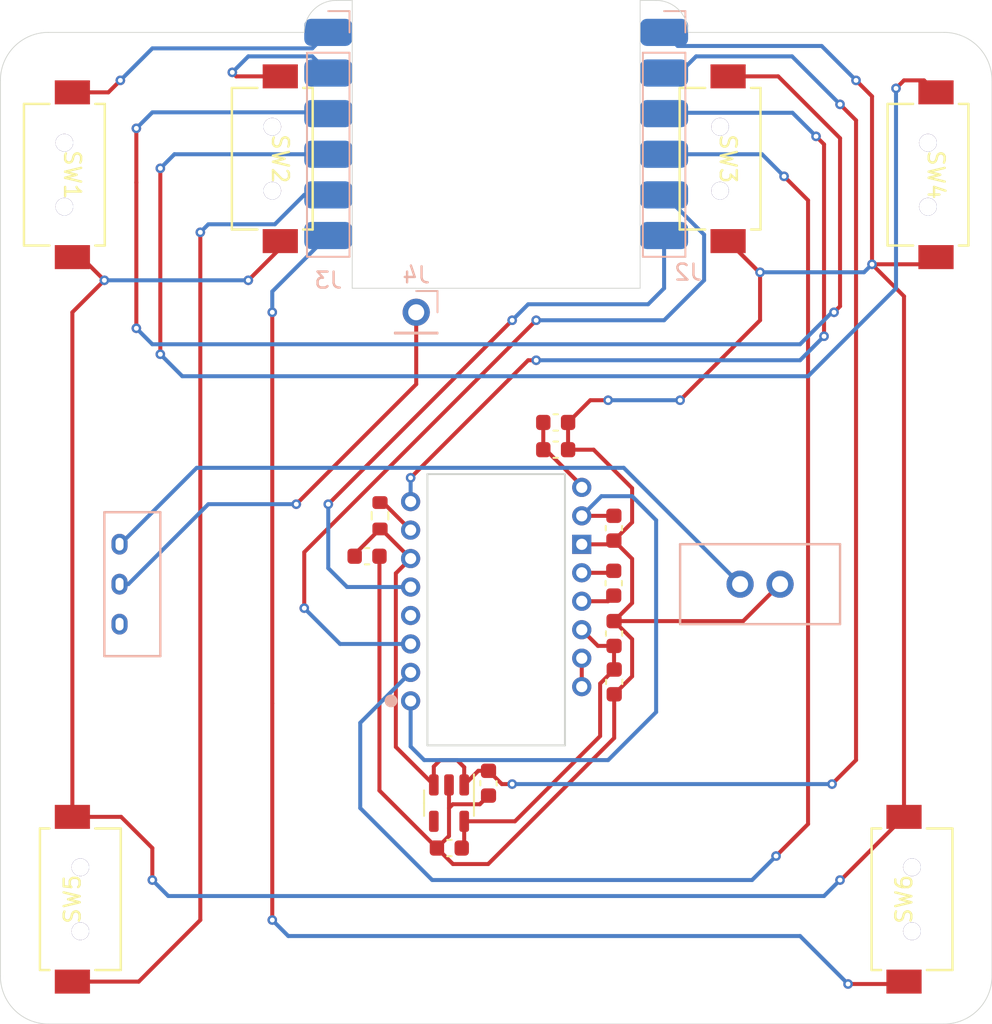
<source format=kicad_pcb>
(kicad_pcb (version 20221018) (generator pcbnew)
  (layers (0 "F.Cu" signal) (31 "B.Cu" signal) (34 "B.Paste" user) (35 "F.Paste" user) (36 "B.SilkS" user "B.Silkscreen") (37 "F.SilkS" user "F.Silkscreen") (38 "B.Mask" user) (39 "F.Mask" user) (44 "Edge.Cuts" user))
  (net 0 "")
  (net 1 "GND")
  (net 2 "Net-(U2-+VCSEL)")
  (net 3 "+1V9")
  (net 4 "VCC")
  (net 5 "Net-(U2-CN)")
  (net 6 "Net-(U2-CP)")
  (net 7 "Net-(U2-VCP)")
  (net 8 "MOTION_2")
  (net 9 "NCS_2")
  (net 10 "SCLK_2")
  (net 11 "SDIO_2")
  (net 12 "Net-(U2-NRESET)")
  (net 15 "Net-(U2--VCSEL)")
  (net 16 "VBAT")
  (net 17 "BAT_p")
  (net 19 "pin1")
  (net 20 "pin2")
  (net 21 "pin3")
  (net 22 "pin4")
  (net 23 "pin5")
  (net 24 "pin6")
  (footprint "Package_TO_SOT_SMD:SOT-23-5" (layer "F.Cu") (at 28.05 48.19 -90)
    (fp_text reference "U1" hide)
    (fp_text value "TCR2EF19")
    (fp_line (start 0 -1.56) (end -1.8 -1.56) (stroke (width 0.12)) (layer "F.SilkS"))
    (fp_line (start 0 -1.56) (end 0.8 -1.56) (stroke (width 0.12)) (layer "F.SilkS"))
    (fp_line (start 0 1.56) (end -0.8 1.56) (stroke (width 0.12)) (layer "F.SilkS"))
    (fp_line (start 0 1.56) (end 0.8 1.56) (stroke (width 0.12)) (layer "F.SilkS"))
    (pad "1" smd roundrect (at -1.1375 -0.95 270) (size 1.325 0.6) (layers "F.Cu" "F.Paste" "F.Mask") (net 4 "VCC"))
    (pad "2" smd roundrect (at -1.1375 0 270) (size 1.325 0.6) (layers "F.Cu" "F.Paste" "F.Mask") (net 1 "GND"))
    (pad "3" smd roundrect (at -1.1375 0.95 270) (size 1.325 0.6) (layers "F.Cu" "F.Paste" "F.Mask") (net 4 "VCC"))
    (pad "4" smd roundrect (at 1.1375 0.95 270) (size 1.325 0.6) (layers "F.Cu" "F.Paste" "F.Mask"))
    (pad "5" smd roundrect (at 1.1375 -0.95 270) (size 1.325 0.6) (layers "F.Cu" "F.Paste" "F.Mask") (net 3 "+1V9"))
  )
  (footprint "Capacitor_SMD:C_0603_1608Metric" (layer "F.Cu") (at 38.38 40.61 -90)
    (fp_text reference "C3" hide)
    (fp_text value "3.3u/16V")
    (fp_line (start -0.14058 -0.51) (end 0.14058 -0.51) (stroke (width 0.12)) (layer "F.SilkS"))
    (fp_line (start -0.14058 0.51) (end 0.14058 0.51) (stroke (width 0.12)) (layer "F.SilkS"))
    (pad "1" smd roundrect (at -0.775 0 270) (size 0.9 0.95) (layers "F.Cu" "F.Paste" "F.Mask") (net 3 "+1V9"))
    (pad "2" smd roundrect (at 0.775 0 270) (size 0.9 0.95) (layers "F.Cu" "F.Paste" "F.Mask") (net 1 "GND"))
  )
  (footprint "Capacitor_SMD:C_0603_1608Metric" (layer "F.Cu") (at 38.37 37.585 90)
    (fp_text reference "C2" hide)
    (fp_text value "100n")
    (fp_line (start -0.14058 -0.51) (end 0.14058 -0.51) (stroke (width 0.12)) (layer "F.SilkS"))
    (fp_line (start -0.14058 0.51) (end 0.14058 0.51) (stroke (width 0.12)) (layer "F.SilkS"))
    (pad "1" smd roundrect (at -0.775 0 90) (size 0.9 0.95) (layers "F.Cu" "F.Paste" "F.Mask") (net 3 "+1V9"))
    (pad "2" smd roundrect (at 0.775 0 90) (size 0.9 0.95) (layers "F.Cu" "F.Paste" "F.Mask") (net 1 "GND"))
  )
  (footprint "Capacitor_SMD:C_0603_1608Metric" (layer "F.Cu") (at 22.926 32.7525)
    (fp_text reference "C7" hide)
    (fp_text value "100n")
    (fp_line (start -0.14058 -0.51) (end 0.14058 -0.51) (stroke (width 0.12)) (layer "F.SilkS"))
    (fp_line (start -0.14058 0.51) (end 0.14058 0.51) (stroke (width 0.12)) (layer "F.SilkS"))
    (pad "1" smd roundrect (at -0.775 0) (size 0.9 0.95) (layers "F.Cu" "F.Paste" "F.Mask") (net 4 "VCC"))
    (pad "2" smd roundrect (at 0.775 0) (size 0.9 0.95) (layers "F.Cu" "F.Paste" "F.Mask") (net 1 "GND"))
  )
  (footprint "D2LS_21_20M:SW_D2LS-11_2_OMR" (layer "F.Cu") (at 4 8.9 -90)
    (fp_text reference "SW1" (at 0 -0.5 -90 unlocked) (layer "F.SilkS"))
    (fp_text value "D2LS-21")
    (fp_line (start -4.427 -2.527) (end 4.427003 -2.527) (stroke (width 0.1524)) (layer "F.SilkS"))
    (fp_line (start -4.427 -1.93274) (end -4.427 -2.527) (stroke (width 0.1524)) (layer "F.SilkS"))
    (fp_line (start -4.427 2.526999) (end -4.427 0.93274) (stroke (width 0.1524)) (layer "F.SilkS"))
    (fp_line (start 4.427003 -2.527) (end 4.427003 -1.93274) (stroke (width 0.1524)) (layer "F.SilkS"))
    (fp_line (start 4.427003 0.93274) (end 4.427003 2.526999) (stroke (width 0.1524)) (layer "F.SilkS"))
    (fp_line (start 4.427003 2.526999) (end -4.427 2.526999) (stroke (width 0.1524)) (layer "F.SilkS"))
    (pad "1" smd rect (at -5.149999 -0.5 270) (size 1.5 2.2) (layers "F.Cu" "F.Paste" "F.Mask") (net 19 "pin1"))
    (pad "2" smd rect (at 5.150001 -0.5 270) (size 1.5 2.2) (layers "F.Cu" "F.Paste" "F.Mask") (net 1 "GND"))
    (pad "3" thru_hole circle (at -2 0 270) (size 1.1 1.1) (drill 1.0922) (layers "*.Cu" "*.Mask"))
    (pad "4" thru_hole circle (at 2 0 270) (size 1.1 1.1) (drill 1.0922) (layers "*.Cu" "*.Mask"))
  )
  (footprint "Capacitor_SMD:C_0603_1608Metric" (layer "F.Cu") (at 38.36 31 -90)
    (fp_text reference "C1" hide)
    (fp_text value "10n")
    (fp_line (start -0.14058 -0.51) (end 0.14058 -0.51) (stroke (width 0.12)) (layer "F.SilkS"))
    (fp_line (start -0.14058 0.51) (end 0.14058 0.51) (stroke (width 0.12)) (layer "F.SilkS"))
    (pad "1" smd roundrect (at -0.775 0 270) (size 0.9 0.95) (layers "F.Cu" "F.Paste" "F.Mask") (net 2 "Net-(U2-+VCSEL)"))
    (pad "2" smd roundrect (at 0.775 0 270) (size 0.9 0.95) (layers "F.Cu" "F.Paste" "F.Mask") (net 1 "GND"))
  )
  (footprint "Capacitor_SMD:C_0603_1608Metric" (layer "F.Cu") (at 34.72 26.0925)
    (fp_text reference "C8" hide)
    (fp_text value " 10u (X7R)")
    (fp_line (start -0.14058 -0.51) (end 0.14058 -0.51) (stroke (width 0.12)) (layer "F.SilkS"))
    (fp_line (start -0.14058 0.51) (end 0.14058 0.51) (stroke (width 0.12)) (layer "F.SilkS"))
    (pad "1" smd roundrect (at -0.775 0) (size 0.9 0.95) (layers "F.Cu" "F.Paste" "F.Mask") (net 7 "Net-(U2-VCP)"))
    (pad "2" smd roundrect (at 0.775 0) (size 0.9 0.95) (layers "F.Cu" "F.Paste" "F.Mask") (net 1 "GND"))
  )
  (footprint "D2LS_21_20M:SW_D2LS-11_2_OMR" (layer "F.Cu") (at 17 7.9 -90)
    (fp_text reference "SW2" (at 0 -0.5 -90 unlocked) (layer "F.SilkS"))
    (fp_text value "D2LS-21")
    (fp_line (start -4.427 -2.527) (end 4.427003 -2.527) (stroke (width 0.1524)) (layer "F.SilkS"))
    (fp_line (start -4.427 -1.93274) (end -4.427 -2.527) (stroke (width 0.1524)) (layer "F.SilkS"))
    (fp_line (start -4.427 2.526999) (end -4.427 0.93274) (stroke (width 0.1524)) (layer "F.SilkS"))
    (fp_line (start 4.427003 -2.527) (end 4.427003 -1.93274) (stroke (width 0.1524)) (layer "F.SilkS"))
    (fp_line (start 4.427003 0.93274) (end 4.427003 2.526999) (stroke (width 0.1524)) (layer "F.SilkS"))
    (fp_line (start 4.427003 2.526999) (end -4.427 2.526999) (stroke (width 0.1524)) (layer "F.SilkS"))
    (pad "1" smd rect (at -5.149999 -0.5 270) (size 1.5 2.2) (layers "F.Cu" "F.Paste" "F.Mask") (net 20 "pin2"))
    (pad "2" smd rect (at 5.150001 -0.5 270) (size 1.5 2.2) (layers "F.Cu" "F.Paste" "F.Mask") (net 1 "GND"))
    (pad "3" thru_hole circle (at -2 0 270) (size 1.1 1.1) (drill 1.0922) (layers "*.Cu" "*.Mask"))
    (pad "4" thru_hole circle (at 2 0 270) (size 1.1 1.1) (drill 1.0922) (layers "*.Cu" "*.Mask"))
  )
  (footprint "Capacitor_SMD:C_0603_1608Metric" (layer "F.Cu") (at 30.52 46.945 90)
    (fp_text reference "C4" hide)
    (fp_text value "0.1u" hide)
    (fp_line (start -0.14058 -0.51) (end 0.14058 -0.51) (stroke (width 0.12)) (layer "F.SilkS"))
    (fp_line (start -0.14058 0.51) (end 0.14058 0.51) (stroke (width 0.12)) (layer "F.SilkS"))
    (pad "1" smd roundrect (at -0.775 0 90) (size 0.9 0.95) (layers "F.Cu" "F.Paste" "F.Mask") (net 1 "GND"))
    (pad "2" smd roundrect (at 0.775 0 90) (size 0.9 0.95) (layers "F.Cu" "F.Paste" "F.Mask") (net 4 "VCC"))
  )
  (footprint "D2LS_21_20M:SW_D2LS-11_2_OMR" (layer "F.Cu") (at 58 8.9 -90)
    (fp_text reference "SW4" (at 0 -0.5 -90 unlocked) (layer "F.SilkS"))
    (fp_text value "D2LS-21")
    (fp_line (start -4.427 -2.527) (end 4.427003 -2.527) (stroke (width 0.1524)) (layer "F.SilkS"))
    (fp_line (start -4.427 -1.93274) (end -4.427 -2.527) (stroke (width 0.1524)) (layer "F.SilkS"))
    (fp_line (start -4.427 2.526999) (end -4.427 0.93274) (stroke (width 0.1524)) (layer "F.SilkS"))
    (fp_line (start 4.427003 -2.527) (end 4.427003 -1.93274) (stroke (width 0.1524)) (layer "F.SilkS"))
    (fp_line (start 4.427003 0.93274) (end 4.427003 2.526999) (stroke (width 0.1524)) (layer "F.SilkS"))
    (fp_line (start 4.427003 2.526999) (end -4.427 2.526999) (stroke (width 0.1524)) (layer "F.SilkS"))
    (pad "1" smd rect (at -5.149999 -0.5 270) (size 1.5 2.2) (layers "F.Cu" "F.Paste" "F.Mask") (net 22 "pin4"))
    (pad "2" smd rect (at 5.150001 -0.5 270) (size 1.5 2.2) (layers "F.Cu" "F.Paste" "F.Mask") (net 1 "GND"))
    (pad "3" thru_hole circle (at -2 0 270) (size 1.1 1.1) (drill 1.0922) (layers "*.Cu" "*.Mask"))
    (pad "4" thru_hole circle (at 2 0 270) (size 1.1 1.1) (drill 1.0922) (layers "*.Cu" "*.Mask"))
  )
  (footprint "D2LS_21_20M:SW_D2LS-11_2_OMR" (layer "F.Cu") (at 5 54.2 90)
    (fp_text reference "SW5" (at 0 -0.5 90 unlocked) (layer "F.SilkS"))
    (fp_text value "D2LS-21")
    (fp_line (start -4.427 -2.527) (end 4.427003 -2.527) (stroke (width 0.1524)) (layer "F.SilkS"))
    (fp_line (start -4.427 -1.93274) (end -4.427 -2.527) (stroke (width 0.1524)) (layer "F.SilkS"))
    (fp_line (start -4.427 2.526999) (end -4.427 0.93274) (stroke (width 0.1524)) (layer "F.SilkS"))
    (fp_line (start 4.427003 -2.527) (end 4.427003 -1.93274) (stroke (width 0.1524)) (layer "F.SilkS"))
    (fp_line (start 4.427003 0.93274) (end 4.427003 2.526999) (stroke (width 0.1524)) (layer "F.SilkS"))
    (fp_line (start 4.427003 2.526999) (end -4.427 2.526999) (stroke (width 0.1524)) (layer "F.SilkS"))
    (pad "1" smd rect (at -5.149999 -0.5 90) (size 1.5 2.2) (layers "F.Cu" "F.Paste" "F.Mask") (net 23 "pin5"))
    (pad "2" smd rect (at 5.150001 -0.5 90) (size 1.5 2.2) (layers "F.Cu" "F.Paste" "F.Mask") (net 1 "GND"))
    (pad "3" thru_hole circle (at -2 0 90) (size 1.1 1.1) (drill 1.0922) (layers "*.Cu" "*.Mask"))
    (pad "4" thru_hole circle (at 2 0 90) (size 1.1 1.1) (drill 1.0922) (layers "*.Cu" "*.Mask"))
  )
  (footprint "Capacitor_SMD:C_0603_1608Metric" (layer "F.Cu") (at 38.35 34.44 90)
    (fp_text reference "C6" hide)
    (fp_text value " 100n (X7R)")
    (fp_line (start -0.14058 -0.51) (end 0.14058 -0.51) (stroke (width 0.12)) (layer "F.SilkS"))
    (fp_line (start -0.14058 0.51) (end 0.14058 0.51) (stroke (width 0.12)) (layer "F.SilkS"))
    (pad "1" smd roundrect (at -0.775 0 90) (size 0.9 0.95) (layers "F.Cu" "F.Paste" "F.Mask") (net 5 "Net-(U2-CN)"))
    (pad "2" smd roundrect (at 0.775 0 90) (size 0.9 0.95) (layers "F.Cu" "F.Paste" "F.Mask") (net 6 "Net-(U2-CP)"))
  )
  (footprint "Capacitor_SMD:C_0603_1608Metric" (layer "F.Cu") (at 34.72 24.3885)
    (fp_text reference "C9" hide)
    (fp_text value " 10n (X7R)")
    (fp_line (start -0.14058 -0.51) (end 0.14058 -0.51) (stroke (width 0.12)) (layer "F.SilkS"))
    (fp_line (start -0.14058 0.51) (end 0.14058 0.51) (stroke (width 0.12)) (layer "F.SilkS"))
    (pad "1" smd roundrect (at -0.775 0) (size 0.9 0.95) (layers "F.Cu" "F.Paste" "F.Mask") (net 7 "Net-(U2-VCP)"))
    (pad "2" smd roundrect (at 0.775 0) (size 0.9 0.95) (layers "F.Cu" "F.Paste" "F.Mask") (net 1 "GND"))
  )
  (footprint "Resistor_SMD:R_0603_1608Metric" (layer "F.Cu") (at 23.736 30.2225 -90)
    (fp_text reference "R1" hide)
    (fp_text value "2M" hide)
    (fp_line (start -0.237258 -0.5225) (end 0.237258 -0.5225) (stroke (width 0.12)) (layer "F.SilkS"))
    (fp_line (start -0.237258 0.5225) (end 0.237258 0.5225) (stroke (width 0.12)) (layer "F.SilkS"))
    (pad "1" smd roundrect (at -0.825 0 270) (size 0.8 0.95) (layers "F.Cu" "F.Paste" "F.Mask") (net 12 "Net-(U2-NRESET)"))
    (pad "2" smd roundrect (at 0.825 0 270) (size 0.8 0.95) (layers "F.Cu" "F.Paste" "F.Mask") (net 4 "VCC"))
  )
  (footprint "D2LS_21_20M:SW_D2LS-11_2_OMR" (layer "F.Cu") (at 57 54.2 90)
    (fp_text reference "SW6" (at 0 -0.5 90 unlocked) (layer "F.SilkS"))
    (fp_text value "D2LS-21")
    (fp_line (start -4.427 -2.527) (end 4.427003 -2.527) (stroke (width 0.1524)) (layer "F.SilkS"))
    (fp_line (start -4.427 -1.93274) (end -4.427 -2.527) (stroke (width 0.1524)) (layer "F.SilkS"))
    (fp_line (start -4.427 2.526999) (end -4.427 0.93274) (stroke (width 0.1524)) (layer "F.SilkS"))
    (fp_line (start 4.427003 -2.527) (end 4.427003 -1.93274) (stroke (width 0.1524)) (layer "F.SilkS"))
    (fp_line (start 4.427003 0.93274) (end 4.427003 2.526999) (stroke (width 0.1524)) (layer "F.SilkS"))
    (fp_line (start 4.427003 2.526999) (end -4.427 2.526999) (stroke (width 0.1524)) (layer "F.SilkS"))
    (pad "1" smd rect (at -5.149999 -0.5 90) (size 1.5 2.2) (layers "F.Cu" "F.Paste" "F.Mask") (net 24 "pin6"))
    (pad "2" smd rect (at 5.150001 -0.5 90) (size 1.5 2.2) (layers "F.Cu" "F.Paste" "F.Mask") (net 1 "GND"))
    (pad "3" thru_hole circle (at -2 0 90) (size 1.1 1.1) (drill 1.0922) (layers "*.Cu" "*.Mask"))
    (pad "4" thru_hole circle (at 2 0 90) (size 1.1 1.1) (drill 1.0922) (layers "*.Cu" "*.Mask"))
  )
  (footprint "Capacitor_SMD:C_0603_1608Metric" (layer "F.Cu") (at 28.07 51 180)
    (fp_text reference "C5" hide)
    (fp_text value "1u" hide)
    (fp_line (start -0.14058 -0.51) (end 0.14058 -0.51) (stroke (width 0.12)) (layer "F.SilkS"))
    (fp_line (start -0.14058 0.51) (end 0.14058 0.51) (stroke (width 0.12)) (layer "F.SilkS"))
    (pad "1" smd roundrect (at -0.775 0 180) (size 0.9 0.95) (layers "F.Cu" "F.Paste" "F.Mask") (net 3 "+1V9"))
    (pad "2" smd roundrect (at 0.775 0 180) (size 0.9 0.95) (layers "F.Cu" "F.Paste" "F.Mask") (net 1 "GND"))
  )
  (footprint "D2LS_21_20M:SW_D2LS-11_2_OMR" (layer "F.Cu") (at 45 7.9 -90)
    (fp_text reference "SW3" (at 0 -0.5 -90 unlocked) (layer "F.SilkS"))
    (fp_text value "D2LS-21")
    (fp_line (start -4.427 -2.527) (end 4.427003 -2.527) (stroke (width 0.1524)) (layer "F.SilkS"))
    (fp_line (start -4.427 -1.93274) (end -4.427 -2.527) (stroke (width 0.1524)) (layer "F.SilkS"))
    (fp_line (start -4.427 2.526999) (end -4.427 0.93274) (stroke (width 0.1524)) (layer "F.SilkS"))
    (fp_line (start 4.427003 -2.527) (end 4.427003 -1.93274) (stroke (width 0.1524)) (layer "F.SilkS"))
    (fp_line (start 4.427003 0.93274) (end 4.427003 2.526999) (stroke (width 0.1524)) (layer "F.SilkS"))
    (fp_line (start 4.427003 2.526999) (end -4.427 2.526999) (stroke (width 0.1524)) (layer "F.SilkS"))
    (pad "1" smd rect (at -5.149999 -0.5 270) (size 1.5 2.2) (layers "F.Cu" "F.Paste" "F.Mask") (net 21 "pin3"))
    (pad "2" smd rect (at 5.150001 -0.5 270) (size 1.5 2.2) (layers "F.Cu" "F.Paste" "F.Mask") (net 1 "GND"))
    (pad "3" thru_hole circle (at -2 0 270) (size 1.1 1.1) (drill 1.0922) (layers "*.Cu" "*.Mask"))
    (pad "4" thru_hole circle (at 2 0 270) (size 1.1 1.1) (drill 1.0922) (layers "*.Cu" "*.Mask"))
  )
  (footprint "Connector_PinHeader_2.54mm:PinHeader_1x06_P2.54mm_Vertical" (layer "B.Cu") (at 20.5 0 180)
    (fp_text reference "J3" (at 0 -15.5) (layer "B.SilkS") (effects (justify mirror)))
    (fp_text value "Conn_01x06")
    (fp_line (start -1.33 -14.03) (end 1.33 -14.03) (stroke (width 0.12)) (layer "B.SilkS"))
    (fp_line (start -1.33 -1.27) (end -1.33 -14.03) (stroke (width 0.12)) (layer "B.SilkS"))
    (fp_line (start -1.33 -1.27) (end 1.33 -1.27) (stroke (width 0.12)) (layer "B.SilkS"))
    (fp_line (start -1.33 0) (end -1.33 1.33) (stroke (width 0.12)) (layer "B.SilkS"))
    (fp_line (start -1.33 1.33) (end 0 1.33) (stroke (width 0.12)) (layer "B.SilkS"))
    (fp_line (start 1.33 -1.27) (end 1.33 -14.03) (stroke (width 0.12)) (layer "B.SilkS"))
    (pad "1" smd roundrect (at 0 0 180) (size 3 1.7) (layers "B.Cu" "B.Paste" "B.Mask") (net 19 "pin1"))
    (pad "2" smd roundrect (at 0 -2.54 180) (size 3 1.7) (layers "B.Cu" "B.Paste" "B.Mask") (net 20 "pin2"))
    (pad "3" smd roundrect (at 0 -5.08 180) (size 3 1.7) (layers "B.Cu" "B.Paste" "B.Mask") (net 21 "pin3"))
    (pad "4" smd roundrect (at 0 -7.62 180) (size 3 1.7) (layers "B.Cu" "B.Paste" "B.Mask") (net 22 "pin4"))
    (pad "5" smd roundrect (at 0 -10.16 180) (size 3 1.7) (layers "B.Cu" "B.Paste" "B.Mask") (net 23 "pin5"))
    (pad "6" smd roundrect (at 0 -12.7 180) (size 3 1.7) (layers "B.Cu" "B.Paste" "B.Mask") (net 24 "pin6"))
  )
  (footprint "Connector_PinHeader_2.54mm:PinHeader_1x06_P2.54mm_Vertical" (layer "B.Cu") (at 41.5 0 180)
    (fp_text reference "J2" (at -1.5 -15) (layer "B.SilkS") (effects (justify mirror)))
    (fp_text value "Conn_01x06")
    (fp_line (start -1.33 -14.03) (end 1.33 -14.03) (stroke (width 0.12)) (layer "B.SilkS"))
    (fp_line (start -1.33 -1.27) (end -1.33 -14.03) (stroke (width 0.12)) (layer "B.SilkS"))
    (fp_line (start -1.33 -1.27) (end 1.33 -1.27) (stroke (width 0.12)) (layer "B.SilkS"))
    (fp_line (start -1.33 0) (end -1.33 1.33) (stroke (width 0.12)) (layer "B.SilkS"))
    (fp_line (start -1.33 1.33) (end 0 1.33) (stroke (width 0.12)) (layer "B.SilkS"))
    (fp_line (start 1.33 -1.27) (end 1.33 -14.03) (stroke (width 0.12)) (layer "B.SilkS"))
    (pad "1" smd roundrect (at 0 0 180) (size 3 1.7) (layers "B.Cu" "B.Paste" "B.Mask") (net 1 "GND"))
    (pad "2" smd roundrect (at 0 -2.54 180) (size 3 1.7) (layers "B.Cu" "B.Paste" "B.Mask") (net 4 "VCC"))
    (pad "3" smd roundrect (at 0 -5.08 180) (size 3 1.7) (layers "B.Cu" "B.Paste" "B.Mask") (net 8 "MOTION_2"))
    (pad "4" smd roundrect (at 0 -7.62 180) (size 3 1.7) (layers "B.Cu" "B.Paste" "B.Mask") (net 11 "SDIO_2"))
    (pad "5" smd roundrect (at 0 -10.16 180) (size 3 1.7) (layers "B.Cu" "B.Paste" "B.Mask") (net 10 "SCLK_2"))
    (pad "6" smd roundrect (at 0 -12.7 180) (size 3 1.7) (layers "B.Cu" "B.Paste" "B.Mask") (net 9 "NCS_2"))
  )
  (footprint "Connector_PinHeader_2.54mm:PinHeader_1x01_P2.54mm_Vertical" (layer "B.Cu") (at 26 17.5 180)
    (fp_text reference "J4" (at 0 2.33) (layer "B.SilkS") (effects (justify mirror)))
    (fp_text value "Conn_01x01")
    (fp_line (start -1.33 -1.33) (end 1.33 -1.33) (stroke (width 0.12)) (layer "B.SilkS"))
    (fp_line (start -1.33 -1.27) (end -1.33 -1.33) (stroke (width 0.12)) (layer "B.SilkS"))
    (fp_line (start -1.33 -1.27) (end 1.33 -1.27) (stroke (width 0.12)) (layer "B.SilkS"))
    (fp_line (start -1.33 0) (end -1.33 1.33) (stroke (width 0.12)) (layer "B.SilkS"))
    (fp_line (start -1.33 1.33) (end 0 1.33) (stroke (width 0.12)) (layer "B.SilkS"))
    (fp_line (start 1.33 -1.27) (end 1.33 -1.33) (stroke (width 0.12)) (layer "B.SilkS"))
    (pad "1" thru_hole circle (at 0 0 180) (size 1.7 1.7) (drill 1) (layers "*.Cu" "*.Mask") (net 17 "BAT_p"))
  )
  (footprint "mylib:PMW3610" (layer "B.Cu") (at 25.65 41.799)
    (fp_text reference "U2" hide)
    (fp_text value "PMW3610")
    (fp_circle (center -1.225 0) (end -1.025 0) (stroke (width 0.4)) (fill none) (layer "B.SilkS"))
    (fp_line (start 1.05 -14.18) (end 9.65 -14.18) (stroke (width 0.12)) (layer "Edge.Cuts"))
    (fp_line (start 1.05 2.78) (end 1.05 -14.18) (stroke (width 0.12)) (layer "Edge.Cuts"))
    (fp_line (start 1.05 2.78) (end 9.65 2.78) (stroke (width 0.12)) (layer "Edge.Cuts"))
    (fp_line (start 9.65 2.78) (end 9.65 -14.18) (stroke (width 0.12)) (layer "Edge.Cuts"))
    (pad "1" thru_hole circle (at 0 0) (size 1.2 1.2) (drill 0.7) (layers "*.Cu" "*.Mask") (net 2 "Net-(U2-+VCSEL)"))
    (pad "2" thru_hole circle (at 0 -1.78) (size 1.2 1.2) (drill 0.7) (layers "*.Cu" "*.Mask") (net 11 "SDIO_2"))
    (pad "3" thru_hole circle (at 0 -3.56) (size 1.2 1.2) (drill 0.7) (layers "*.Cu" "*.Mask") (net 10 "SCLK_2"))
    (pad "4" thru_hole circle (at 0 -5.34) (size 1.2 1.2) (drill 0.7) (layers "*.Cu" "*.Mask"))
    (pad "5" thru_hole circle (at 0 -7.12) (size 1.2 1.2) (drill 0.7) (layers "*.Cu" "*.Mask") (net 9 "NCS_2"))
    (pad "6" thru_hole circle (at 0 -8.9) (size 1.2 1.2) (drill 0.7) (layers "*.Cu" "*.Mask") (net 4 "VCC"))
    (pad "7" thru_hole circle (at 0 -10.68) (size 1.2 1.2) (drill 0.7) (layers "*.Cu" "*.Mask") (net 12 "Net-(U2-NRESET)"))
    (pad "8" thru_hole circle (at 0 -12.46) (size 1.2 1.2) (drill 0.7) (layers "*.Cu" "*.Mask") (net 8 "MOTION_2"))
    (pad "9" thru_hole circle (at 10.7 -13.35) (size 1.2 1.2) (drill 0.7) (layers "*.Cu" "*.Mask") (net 7 "Net-(U2-VCP)"))
    (pad "10" thru_hole circle (at 10.7 -11.57) (size 1.2 1.2) (drill 0.7) (layers "*.Cu" "*.Mask") (net 2 "Net-(U2-+VCSEL)"))
    (pad "11" thru_hole rect (at 10.7 -9.79) (size 1.2 1.2) (drill 0.7) (layers "*.Cu" "*.Mask") (net 1 "GND"))
    (pad "12" thru_hole circle (at 10.7 -8.01) (size 1.2 1.2) (drill 0.7) (layers "*.Cu" "*.Mask") (net 6 "Net-(U2-CP)"))
    (pad "13" thru_hole circle (at 10.7 -6.23) (size 1.2 1.2) (drill 0.7) (layers "*.Cu" "*.Mask") (net 5 "Net-(U2-CN)"))
    (pad "14" thru_hole circle (at 10.7 -4.45) (size 1.2 1.2) (drill 0.7) (layers "*.Cu" "*.Mask") (net 3 "+1V9"))
    (pad "15" thru_hole circle (at 10.7 -2.67) (size 1.2 1.2) (drill 0.7) (layers "*.Cu" "*.Mask") (net 15 "Net-(U2--VCSEL)"))
    (pad "16" thru_hole circle (at 10.7 -0.89) (size 1.2 1.2) (drill 0.7) (layers "*.Cu" "*.Mask") (net 15 "Net-(U2--VCSEL)"))
  )
  (footprint "kbd_Parts:Battery_2pin" (layer "B.Cu") (at 47.5 34.5)
    (fp_text reference "J1")
    (fp_text value "Conn_01x02" hide)
    (fp_line (start -5 -2.5) (end -5 2.5) (stroke (width 0.15)) (layer "B.SilkS"))
    (fp_line (start -5 2.5) (end 5 2.5) (stroke (width 0.15)) (layer "B.SilkS"))
    (fp_line (start 5 -2.5) (end -5 -2.5) (stroke (width 0.15)) (layer "B.SilkS"))
    (fp_line (start 5 2.5) (end 5 -2.5) (stroke (width 0.15)) (layer "B.SilkS"))
    (pad "1" thru_hole oval (at -1.25 0) (size 1.7 1.7) (drill oval 1) (layers "*.Cu" "*.Mask") (net 16 "VBAT") (clearance 0.15))
    (pad "2" thru_hole oval (at 1.25 0) (size 1.7 1.7) (drill oval 1) (layers "*.Cu" "*.Mask") (net 1 "GND") (clearance 0.15))
  )
  (footprint "kbd_Parts:TGSW_MSK-12D19" (layer "B.Cu") (at 8.5 34.5 90)
    (fp_text reference "PSW1")
    (fp_text value "SW_SPDT" hide)
    (fp_line (start -4.5 -2) (end -4.5 1.5) (stroke (width 0.15)) (layer "B.SilkS"))
    (fp_line (start -4.5 1.5) (end 4.5 1.5) (stroke (width 0.15)) (layer "B.SilkS"))
    (fp_line (start 4.5 -2) (end -4.5 -2) (stroke (width 0.15)) (layer "B.SilkS"))
    (fp_line (start 4.5 1.5) (end 4.5 -2) (stroke (width 0.15)) (layer "B.SilkS"))
    (pad "1" thru_hole oval (at -2.5 -1.05 90) (size 1.3 1) (drill oval 0.8 0.5) (layers "*.Cu" "*.Mask") (clearance 0.15))
    (pad "2" thru_hole oval (at 0 -1.05 90) (size 1.3 1) (drill oval 0.8 0.5) (layers "*.Cu" "*.Mask") (net 17 "BAT_p") (clearance 0.15))
    (pad "3" thru_hole oval (at 2.5 -1.05 90) (size 1.3 1) (drill oval 0.8 0.5) (layers "*.Cu" "*.Mask") (net 16 "VBAT") (clearance 0.15))
  )
  (gr_arc (start 62 59) (mid 61.12132 61.12132) (end 59 62) (stroke (width 0.05)) (layer "Edge.Cuts"))
  (gr_arc (start 19 0) (mid 19.585786 -1.414214) (end 21 -2) (stroke (width 0.05)) (layer "Edge.Cuts"))
  (gr_line (start 59 0) (end 43 0) (stroke (width 0.05)) (layer "Edge.Cuts"))
  (gr_line (start 62 59) (end 62 3) (stroke (width 0.05)) (layer "Edge.Cuts"))
  (gr_arc (start 41 -2) (mid 42.414214 -1.414214) (end 43 0) (stroke (width 0.05)) (layer "Edge.Cuts"))
  (gr_line (start 40 16) (end 40 -2) (stroke (width 0.05)) (layer "Edge.Cuts"))
  (gr_arc (start 0 3) (mid 0.878679 0.878679) (end 3 0) (stroke (width 0.05)) (layer "Edge.Cuts"))
  (gr_line (start 19 0) (end 3 0) (stroke (width 0.05)) (layer "Edge.Cuts"))
  (gr_line (start 22 16) (end 40 16) (stroke (width 0.05)) (layer "Edge.Cuts"))
  (gr_line (start 0 3) (end 0 59) (stroke (width 0.05)) (layer "Edge.Cuts"))
  (gr_line (start 22 16) (end 22 -2) (stroke (width 0.05)) (layer "Edge.Cuts"))
  (gr_line (start 41 -2) (end 40 -2) (stroke (width 0.05)) (layer "Edge.Cuts"))
  (gr_arc (start 3 62) (mid 0.878679 61.121321) (end 0 59) (stroke (width 0.05)) (layer "Edge.Cuts"))
  (gr_arc (start 59 0) (mid 61.121321 0.878679) (end 62 3) (stroke (width 0.05)) (layer "Edge.Cuts"))
  (gr_line (start 3 62) (end 59 62) (stroke (width 0.05)) (layer "Edge.Cuts"))
  (gr_line (start 21 -2) (end 22 -2) (stroke (width 0.05)) (layer "Edge.Cuts"))
  (segment (start 39.5 35.68) (end 39.5 32.915) (width 0.25) (layer "F.Cu") (net 1))
  (segment (start 52.5 53) (end 52.549999 53) (width 0.25) (layer "F.Cu") (net 1))
  (segment (start 47.5 15.050001) (end 45.5 13.050001) (width 0.25) (layer "F.Cu") (net 1))
  (segment (start 15.5 15.5) (end 17.5 13.5) (width 0.25) (layer "F.Cu") (net 1))
  (segment (start 6.5 15.5) (end 4.5 17.5) (width 0.25) (layer "F.Cu") (net 1))
  (segment (start 39.5 40.265) (end 39.5 37.94) (width 0.25) (layer "F.Cu") (net 1))
  (segment (start 23.701 47.406) (end 27.295 51) (width 0.25) (layer "F.Cu") (net 1))
  (segment (start 17.5 13.5) (end 17.5 13.050001) (width 0.25) (layer "F.Cu") (net 1))
  (segment (start 23.701 32.7525) (end 23.701 47.406) (width 0.25) (layer "F.Cu") (net 1))
  (segment (start 54.5 14.5) (end 56.5 16.5) (width 0.25) (layer "F.Cu") (net 1))
  (segment (start 28.05 48.5) (end 28.05 50.245) (width 0.25) (layer "F.Cu") (net 1))
  (segment (start 4.5 17.5) (end 4.5 49.049999) (width 0.25) (layer "F.Cu") (net 1))
  (segment (start 7.549999 49.049999) (end 4.5 49.049999) (width 0.25) (layer "F.Cu") (net 1))
  (segment (start 47.5 18) (end 47.5 15.050001) (width 0.25) (layer "F.Cu") (net 1))
  (segment (start 9.5 53) (end 9.5 51) (width 0.25) (layer "F.Cu") (net 1))
  (segment (start 46.44 36.81) (end 38.37 36.81) (width 0.25) (layer "F.Cu") (net 1))
  (segment (start 38.126 32.009) (end 38.36 31.775) (width 0.25) (layer "F.Cu") (net 1))
  (segment (start 48.75 34.5) (end 46.44 36.81) (width 0.25) (layer "F.Cu") (net 1))
  (segment (start 38.38 44.12) (end 30.5 52) (width 0.25) (layer "F.Cu") (net 1))
  (segment (start 28.05 47.0525) (end 28.05 48.5) (width 0.25) (layer "F.Cu") (net 1))
  (segment (start 28.05 50.245) (end 27.295 51) (width 0.25) (layer "F.Cu") (net 1))
  (segment (start 28.288376 48.261624) (end 28.05 48.5) (width 0.25) (layer "F.Cu") (net 1))
  (segment (start 56.5 16.5) (end 56.5 49.049999) (width 0.25) (layer "F.Cu") (net 1))
  (segment (start 54.5 14.5) (end 58.050001 14.5) (width 0.25) (layer "F.Cu") (net 1))
  (segment (start 36.8835 23) (end 35.495 24.3885) (width 0.25) (layer "F.Cu") (net 1))
  (segment (start 45.5 13.050001) (end 47.449999 15) (width 0.25) (layer "F.Cu") (net 1))
  (segment (start 38.38 41.385) (end 38.38 44.12) (width 0.25) (layer "F.Cu") (net 1))
  (segment (start 35.495 24.3885) (end 35.495 26.0925) (width 0.25) (layer "F.Cu") (net 1))
  (segment (start 36.35 32.009) (end 38.126 32.009) (width 0.25) (layer "F.Cu") (net 1))
  (segment (start 38.37 36.81) (end 39.5 35.68) (width 0.25) (layer "F.Cu") (net 1))
  (segment (start 47.449999 15) (end 47.5 15) (width 0.25) (layer "F.Cu") (net 1))
  (segment (start 52.549999 53) (end 56.5 49.049999) (width 0.25) (layer "F.Cu") (net 1))
  (segment (start 5.050001 14.050001) (end 4.5 14.050001) (width 0.25) (layer "F.Cu") (net 1))
  (segment (start 58.050001 14.5) (end 58.5 14.050001) (width 0.25) (layer "F.Cu") (net 1))
  (segment (start 37.0925 26.0925) (end 39.5 28.5) (width 0.25) (layer "F.Cu") (net 1))
  (segment (start 30.52 47.72) (end 29.978376 48.261624) (width 0.25) (layer "F.Cu") (net 1))
  (segment (start 39.5 32.915) (end 38.36 31.775) (width 0.25) (layer "F.Cu") (net 1))
  (segment (start 9.5 51) (end 7.549999 49.049999) (width 0.25) (layer "F.Cu") (net 1))
  (segment (start 29.978376 48.261624) (end 28.288376 48.261624) (width 0.25) (layer "F.Cu") (net 1))
  (segment (start 54.5 4) (end 54.5 14.5) (width 0.25) (layer "F.Cu") (net 1))
  (segment (start 38 23) (end 36.8835 23) (width 0.25) (layer "F.Cu") (net 1))
  (segment (start 35.495 26.0925) (end 37.0925 26.0925) (width 0.25) (layer "F.Cu") (net 1))
  (segment (start 39.5 37.94) (end 38.37 36.81) (width 0.25) (layer "F.Cu") (net 1))
  (segment (start 39.5 28.5) (end 39.5 30.635) (width 0.25) (layer "F.Cu") (net 1))
  (segment (start 53.5 3) (end 54.5 4) (width 0.25) (layer "F.Cu") (net 1))
  (segment (start 28.295 52) (end 27.295 51) (width 0.25) (layer "F.Cu") (net 1))
  (segment (start 42.5 23) (end 47.5 18) (width 0.25) (layer "F.Cu") (net 1))
  (segment (start 6.5 15.5) (end 5.050001 14.050001) (width 0.25) (layer "F.Cu") (net 1))
  (segment (start 39.5 30.635) (end 38.36 31.775) (width 0.25) (layer "F.Cu") (net 1))
  (segment (start 30.5 52) (end 28.295 52) (width 0.25) (layer "F.Cu") (net 1))
  (segment (start 38.38 41.385) (end 39.5 40.265) (width 0.25) (layer "F.Cu") (net 1))
  (via (at 9.5 53) (size 0.6) (drill 0.3) (layers "F.Cu" "B.Cu") (net 1))
  (via (at 15.5 15.5) (size 0.6) (drill 0.3) (layers "F.Cu" "B.Cu") (net 1))
  (via (at 6.5 15.5) (size 0.6) (drill 0.3) (layers "F.Cu" "B.Cu") (net 1))
  (via (at 38 23) (size 0.6) (drill 0.3) (layers "F.Cu" "B.Cu") (net 1))
  (via (at 47.5 15) (size 0.6) (drill 0.3) (layers "F.Cu" "B.Cu") (net 1))
  (via (at 54.5 14.5) (size 0.6) (drill 0.3) (layers "F.Cu" "B.Cu") (net 1))
  (via (at 53.5 3) (size 0.6) (drill 0.3) (layers "F.Cu" "B.Cu") (net 1))
  (via (at 52.5 53) (size 0.6) (drill 0.3) (layers "F.Cu" "B.Cu") (net 1))
  (via (at 42.5 23) (size 0.6) (drill 0.3) (layers "F.Cu" "B.Cu") (net 1))
  (segment (start 53.5 3) (end 51.35 0.85) (width 0.25) (layer "B.Cu") (net 1))
  (segment (start 54.5 14.5) (end 54 15) (width 0.25) (layer "B.Cu") (net 1))
  (segment (start 10.5 54) (end 9.5 53) (width 0.25) (layer "B.Cu") (net 1))
  (segment (start 42.35 0.85) (end 41.5 0) (width 0.25) (layer "B.Cu") (net 1))
  (segment (start 38 23) (end 42.5 23) (width 0.25) (layer "B.Cu") (net 1))
  (segment (start 51.35 0.85) (end 42.35 0.85) (width 0.25) (layer "B.Cu") (net 1))
  (segment (start 51.5 54) (end 10.5 54) (width 0.25) (layer "B.Cu") (net 1))
  (segment (start 52.5 53) (end 51.5 54) (width 0.25) (layer "B.Cu") (net 1))
  (segment (start 15.5 15.5) (end 6.5 15.5) (width 0.25) (layer "B.Cu") (net 1))
  (segment (start 54 15) (end 47.5 15) (width 0.25) (layer "B.Cu") (net 1))
  (segment (start 38.356 30.229) (end 38.36 30.225) (width 0.25) (layer "F.Cu") (net 2))
  (segment (start 36.35 30.229) (end 38.356 30.229) (width 0.25) (layer "F.Cu") (net 2))
  (segment (start 41 30.5) (end 39.5 29) (width 0.25) (layer "B.Cu") (net 2))
  (segment (start 37.579 29) (end 36.35 30.229) (width 0.25) (layer "B.Cu") (net 2))
  (segment (start 38 45.5) (end 41 42.5) (width 0.25) (layer "B.Cu") (net 2))
  (segment (start 25.65 44.65) (end 26.5 45.5) (width 0.25) (layer "B.Cu") (net 2))
  (segment (start 25.65 41.799) (end 25.65 44.65) (width 0.25) (layer "B.Cu") (net 2))
  (segment (start 39.5 29) (end 37.579 29) (width 0.25) (layer "B.Cu") (net 2))
  (segment (start 26.5 45.5) (end 38 45.5) (width 0.25) (layer "B.Cu") (net 2))
  (segment (start 41 42.5) (end 41 30.5) (width 0.25) (layer "B.Cu") (net 2))
  (segment (start 37.5 40.715) (end 38.38 39.835) (width 0.25) (layer "F.Cu") (net 3))
  (segment (start 32.1725 49.3275) (end 37.5 44) (width 0.25) (layer "F.Cu") (net 3))
  (segment (start 29 50.845) (end 28.845 51) (width 0.25) (layer "F.Cu") (net 3))
  (segment (start 29 49.3275) (end 32.1725 49.3275) (width 0.25) (layer "F.Cu") (net 3))
  (segment (start 37.5 44) (end 37.5 40.715) (width 0.25) (layer "F.Cu") (net 3))
  (segment (start 38.37 39.825) (end 38.38 39.835) (width 0.25) (layer "F.Cu") (net 3))
  (segment (start 37.361 38.36) (end 36.35 37.349) (width 0.25) (layer "F.Cu") (net 3))
  (segment (start 29 49.3275) (end 29 50.845) (width 0.25) (layer "F.Cu") (net 3))
  (segment (start 38.37 38.36) (end 37.361 38.36) (width 0.25) (layer "F.Cu") (net 3))
  (segment (start 38.37 38.36) (end 38.37 39.825) (width 0.25) (layer "F.Cu") (net 3))
  (segment (start 27.5 45.5) (end 28.555 45.5) (width 0.25) (layer "F.Cu") (net 4))
  (segment (start 29 45.945) (end 29 47.0525) (width 0.25) (layer "F.Cu") (net 4))
  (segment (start 32 47) (end 31.35 47) (width 0.25) (layer "F.Cu") (net 4))
  (segment (start 24.725 33.824) (end 24.725 44.6775) (width 0.25) (layer "F.Cu") (net 4))
  (segment (start 27.1 47.0525) (end 27.1 45.9) (width 0.25) (layer "F.Cu") (net 4))
  (segment (start 22.151 32.7525) (end 22.151 32.6325) (width 0.25) (layer "F.Cu") (net 4))
  (segment (start 23.7985 31.0475) (end 25.65 32.899) (width 0.25) (layer "F.Cu") (net 4))
  (segment (start 31.35 47) (end 30.52 46.17) (width 0.25) (layer "F.Cu") (net 4))
  (segment (start 30.52 46.17) (end 29.8825 46.17) (width 0.25) (layer "F.Cu") (net 4))
  (segment (start 23.736 31.0475) (end 23.7985 31.0475) (width 0.25) (layer "F.Cu") (net 4))
  (segment (start 25.65 32.899) (end 24.725 33.824) (width 0.25) (layer "F.Cu") (net 4))
  (segment (start 24.725 44.6775) (end 27.1 47.0525) (width 0.25) (layer "F.Cu") (net 4))
  (segment (start 28.555 45.5) (end 29 45.945) (width 0.25) (layer "F.Cu") (net 4))
  (segment (start 29.8825 46.17) (end 29 47.0525) (width 0.25) (layer "F.Cu") (net 4))
  (segment (start 52.5 4.5) (end 53.5 5.5) (width 0.25) (layer "F.Cu") (net 4))
  (segment (start 27.1 45.9) (end 27.5 45.5) (width 0.25) (layer "F.Cu") (net 4))
  (segment (start 22.151 32.6325) (end 23.736 31.0475) (width 0.25) (layer "F.Cu") (net 4))
  (segment (start 53.5 5.5) (end 53.5 45.5) (width 0.25) (layer "F.Cu") (net 4))
  (segment (start 53.5 45.5) (end 52 47) (width 0.25) (layer "F.Cu") (net 4))
  (via (at 52 47) (size 0.6) (drill 0.3) (layers "F.Cu" "B.Cu") (net 4))
  (via (at 52.5 4.5) (size 0.6) (drill 0.3) (layers "F.Cu" "B.Cu") (net 4))
  (via (at 32 47) (size 0.6) (drill 0.3) (layers "F.Cu" "B.Cu") (net 4))
  (segment (start 49.5 1.5) (end 43.5 1.5) (width 0.25) (layer "B.Cu") (net 4))
  (segment (start 42.46 2.54) (end 41.5 2.54) (width 0.25) (layer "B.Cu") (net 4))
  (segment (start 52.5 4.5) (end 49.5 1.5) (width 0.25) (layer "B.Cu") (net 4))
  (segment (start 43.5 1.5) (end 42.46 2.54) (width 0.25) (layer "B.Cu") (net 4))
  (segment (start 52 47) (end 32 47) (width 0.25) (layer "B.Cu") (net 4))
  (segment (start 37.996 35.569) (end 38.35 35.215) (width 0.25) (layer "F.Cu") (net 5))
  (segment (start 36.35 35.569) (end 37.996 35.569) (width 0.25) (layer "F.Cu") (net 5))
  (segment (start 36.35 33.789) (end 38.226 33.789) (width 0.25) (layer "F.Cu") (net 6))
  (segment (start 38.226 33.789) (end 38.35 33.665) (width 0.25) (layer "F.Cu") (net 6))
  (segment (start 33.945 26.0925) (end 33.945 24.3885) (width 0.25) (layer "F.Cu") (net 7))
  (segment (start 34.0925 26.0925) (end 33.945 26.0925) (width 0.25) (layer "F.Cu") (net 7))
  (segment (start 36.35 28.449) (end 36.35 28.35) (width 0.25) (layer "F.Cu") (net 7))
  (segment (start 36.35 28.35) (end 34.0925 26.0925) (width 0.25) (layer "F.Cu") (net 7))
  (segment (start 51.5 7) (end 51.5 19) (width 0.25) (layer "F.Cu") (net 8))
  (segment (start 51 6.5) (end 51.5 7) (width 0.25) (layer "F.Cu") (net 8))
  (segment (start 33 20.5) (end 25.65 27.85) (width 0.25) (layer "F.Cu") (net 8))
  (segment (start 33.5 20.5) (end 33 20.5) (width 0.25) (layer "F.Cu") (net 8))
  (via (at 25.65 27.85) (size 0.6) (drill 0.3) (layers "F.Cu" "B.Cu") (net 8))
  (via (at 33.5 20.5) (size 0.6) (drill 0.3) (layers "F.Cu" "B.Cu") (net 8))
  (via (at 51.5 19) (size 0.6) (drill 0.3) (layers "F.Cu" "B.Cu") (net 8))
  (via (at 51 6.5) (size 0.6) (drill 0.3) (layers "F.Cu" "B.Cu") (net 8))
  (segment (start 50 20.5) (end 51.5 19) (width 0.25) (layer "B.Cu") (net 8))
  (segment (start 51 6.5) (end 49.525 5.025) (width 0.25) (layer "B.Cu") (net 8))
  (segment (start 25.65 27.85) (end 25.65 29.339) (width 0.25) (layer "B.Cu") (net 8))
  (segment (start 41.555 5.025) (end 41.5 5.08) (width 0.25) (layer "B.Cu") (net 8))
  (segment (start 49.525 5.025) (end 41.555 5.025) (width 0.25) (layer "B.Cu") (net 8))
  (segment (start 33.5 20.5) (end 50 20.5) (width 0.25) (layer "B.Cu") (net 8))
  (segment (start 32 18) (end 20.5 29.5) (width 0.25) (layer "F.Cu") (net 9))
  (via (at 32 18) (size 0.6) (drill 0.3) (layers "F.Cu" "B.Cu") (net 9))
  (via (at 20.5 29.5) (size 0.6) (drill 0.3) (layers "F.Cu" "B.Cu") (net 9))
  (segment (start 32 18) (end 33 17) (width 0.25) (layer "B.Cu") (net 9))
  (segment (start 41.5 16) (end 41.5 12.7) (width 0.25) (layer "B.Cu") (net 9))
  (segment (start 20.5 29.5) (end 20.5 33.5) (width 0.25) (layer "B.Cu") (net 9))
  (segment (start 40.5 17) (end 41.5 16) (width 0.25) (layer "B.Cu") (net 9))
  (segment (start 21.679 34.679) (end 25.65 34.679) (width 0.25) (layer "B.Cu") (net 9))
  (segment (start 20.5 33.5) (end 21.679 34.679) (width 0.25) (layer "B.Cu") (net 9))
  (segment (start 33 17) (end 40.5 17) (width 0.25) (layer "B.Cu") (net 9))
  (segment (start 19 32.5) (end 19 36) (width 0.25) (layer "F.Cu") (net 10))
  (segment (start 33.5 18) (end 19 32.5) (width 0.25) (layer "F.Cu") (net 10))
  (via (at 33.5 18) (size 0.6) (drill 0.3) (layers "F.Cu" "B.Cu") (net 10))
  (via (at 19 36) (size 0.6) (drill 0.3) (layers "F.Cu" "B.Cu") (net 10))
  (segment (start 44 12.646738) (end 41.513262 10.16) (width 0.25) (layer "B.Cu") (net 10))
  (segment (start 25.65 38.35) (end 25.5 38.5) (width 0.25) (layer "B.Cu") (net 10))
  (segment (start 44 15.5) (end 44 12.646738) (width 0.25) (layer "B.Cu") (net 10))
  (segment (start 25.65 38.239) (end 25.65 38.35) (width 0.25) (layer "B.Cu") (net 10))
  (segment (start 41.513262 10.16) (end 41.5 10.16) (width 0.25) (layer "B.Cu") (net 10))
  (segment (start 21.239 38.239) (end 25.65 38.239) (width 0.25) (layer "B.Cu") (net 10))
  (segment (start 33.5 18) (end 41.5 18) (width 0.25) (layer "B.Cu") (net 10))
  (segment (start 41.5 18) (end 44 15.5) (width 0.25) (layer "B.Cu") (net 10))
  (segment (start 19 36) (end 21.239 38.239) (width 0.25) (layer "B.Cu") (net 10))
  (segment (start 49 9) (end 50.5 10.5) (width 0.25) (layer "F.Cu") (net 11))
  (segment (start 50.5 49.5) (end 48.5 51.5) (width 0.25) (layer "F.Cu") (net 11))
  (segment (start 50.5 10.5) (end 50.5 49.5) (width 0.25) (layer "F.Cu") (net 11))
  (via (at 49 9) (size 0.6) (drill 0.3) (layers "F.Cu" "B.Cu") (net 11))
  (via (at 48.5 51.5) (size 0.6) (drill 0.3) (layers "F.Cu" "B.Cu") (net 11))
  (segment (start 47.62 7.62) (end 41.5 7.62) (width 0.25) (layer "B.Cu") (net 11))
  (segment (start 48.5 51.5) (end 47 53) (width 0.25) (layer "B.Cu") (net 11))
  (segment (start 22.5 43.169) (end 25.65 40.019) (width 0.25) (layer "B.Cu") (net 11))
  (segment (start 49 9) (end 47.62 7.62) (width 0.25) (layer "B.Cu") (net 11))
  (segment (start 47 53) (end 27 53) (width 0.25) (layer "B.Cu") (net 11))
  (segment (start 27 53) (end 22.5 48.5) (width 0.25) (layer "B.Cu") (net 11))
  (segment (start 22.5 48.5) (end 22.5 43.169) (width 0.25) (layer "B.Cu") (net 11))
  (segment (start 23.736 29.3975) (end 23.9285 29.3975) (width 0.25) (layer "F.Cu") (net 12))
  (segment (start 23.9285 29.3975) (end 25.65 31.119) (width 0.25) (layer "F.Cu") (net 12))
  (segment (start 36.35 39.129) (end 36.35 40.909) (width 0.25) (layer "F.Cu") (net 15))
  (segment (start 7.45 32) (end 7.5 32) (width 0.25) (layer "B.Cu") (net 16))
  (segment (start 38.975 27.225) (end 46.25 34.5) (width 0.25) (layer "B.Cu") (net 16))
  (segment (start 46.136396 34.5) (end 46.25 34.5) (width 0.25) (layer "B.Cu") (net 16))
  (segment (start 12.275 27.225) (end 38.975 27.225) (width 0.25) (layer "B.Cu") (net 16))
  (segment (start 7.5 32) (end 12.275 27.225) (width 0.25) (layer "B.Cu") (net 16))
  (segment (start 26 22) (end 18.5 29.5) (width 0.25) (layer "F.Cu") (net 17))
  (segment (start 26 17.5) (end 26 22) (width 0.25) (layer "F.Cu") (net 17))
  (via (at 18.5 29.5) (size 0.6) (drill 0.3) (layers "F.Cu" "B.Cu") (net 17))
  (segment (start 18.5 29.5) (end 13 29.5) (width 0.25) (layer "B.Cu") (net 17))
  (segment (start 13 29.5) (end 8 34.5) (width 0.25) (layer "B.Cu") (net 17))
  (segment (start 8 34.5) (end 7.45 34.5) (width 0.25) (layer "B.Cu") (net 17))
  (segment (start 7.5 3) (end 6.749999 3.750001) (width 0.25) (layer "F.Cu") (net 19))
  (segment (start 6.749999 3.750001) (end 4.5 3.750001) (width 0.25) (layer "F.Cu") (net 19))
  (via (at 7.5 3) (size 0.6) (drill 0.3) (layers "F.Cu" "B.Cu") (net 19))
  (segment (start 19.5 1) (end 9.5 1) (width 0.25) (layer "B.Cu") (net 19))
  (segment (start 20.5 0) (end 19.5 1) (width 0.25) (layer "B.Cu") (net 19))
  (segment (start 9.5 1) (end 7.5 3) (width 0.25) (layer "B.Cu") (net 19))
  (segment (start 14.5 2.5) (end 14.750001 2.750001) (width 0.25) (layer "F.Cu") (net 20))
  (segment (start 14.750001 2.750001) (end 17.5 2.750001) (width 0.25) (layer "F.Cu") (net 20))
  (via (at 14.5 2.5) (size 0.6) (drill 0.3) (layers "F.Cu" "B.Cu") (net 20))
  (segment (start 15.5 1.5) (end 19.5 1.5) (width 0.25) (layer "B.Cu") (net 20))
  (segment (start 19.5 1.5) (end 20.5 2.5) (width 0.25) (layer "B.Cu") (net 20))
  (segment (start 20.5 2.5) (end 20.5 2.54) (width 0.25) (layer "B.Cu") (net 20))
  (segment (start 14.5 2.5) (end 15.5 1.5) (width 0.25) (layer "B.Cu") (net 20))
  (segment (start 8.5 18.5) (end 8.5 9.383884) (width 0.25) (layer "F.Cu") (net 21))
  (segment (start 8.5 9.383884) (end 8.5 6) (width 0.25) (layer "F.Cu") (net 21))
  (segment (start 48.633885 2.750001) (end 45.5 2.750001) (width 0.25) (layer "F.Cu") (net 21))
  (segment (start 52.5 6.616116) (end 48.633885 2.750001) (width 0.25) (layer "F.Cu") (net 21))
  (segment (start 52.1245 17.5) (end 52.5 17.1245) (width 0.25) (layer "F.Cu") (net 21))
  (segment (start 52.5 17.1245) (end 52.5 6.616116) (width 0.25) (layer "F.Cu") (net 21))
  (via (at 8.5 18.5) (size 0.6) (drill 0.3) (layers "F.Cu" "B.Cu") (net 21))
  (via (at 8.5 6) (size 0.6) (drill 0.3) (layers "F.Cu" "B.Cu") (net 21))
  (via (at 52.1245 17.5) (size 0.6) (drill 0.3) (layers "F.Cu" "B.Cu") (net 21))
  (segment (start 9.5 19.5) (end 50 19.5) (width 0.25) (layer "B.Cu") (net 21))
  (segment (start 8.5 18.5) (end 9.5 19.5) (width 0.25) (layer "B.Cu") (net 21))
  (segment (start 52 17.5) (end 52.1245 17.5) (width 0.25) (layer "B.Cu") (net 21))
  (segment (start 50 19.5) (end 52 17.5) (width 0.25) (layer "B.Cu") (net 21))
  (segment (start 9.5 5) (end 8.5 6) (width 0.25) (layer "B.Cu") (net 21))
  (segment (start 20.5 5.08) (end 20.42 5) (width 0.25) (layer "B.Cu") (net 21))
  (segment (start 20.42 5) (end 9.5 5) (width 0.25) (layer "B.Cu") (net 21))
  (segment (start 10 8.5) (end 10 20.1245) (width 0.25) (layer "F.Cu") (net 22))
  (segment (start 57.749999 3) (end 56.5 3) (width 0.25) (layer "F.Cu") (net 22))
  (segment (start 56.5 3) (end 56 3.5) (width 0.25) (layer "F.Cu") (net 22))
  (segment (start 58.5 3.750001) (end 57.749999 3) (width 0.25) (layer "F.Cu") (net 22))
  (via (at 10 8.5) (size 0.6) (drill 0.3) (layers "F.Cu" "B.Cu") (net 22))
  (via (at 10 20.1245) (size 0.6) (drill 0.3) (layers "F.Cu" "B.Cu") (net 22))
  (via (at 56 3.5) (size 0.6) (drill 0.3) (layers "F.Cu" "B.Cu") (net 22))
  (segment (start 50.5 21.5) (end 11.3755 21.5) (width 0.25) (layer "B.Cu") (net 22))
  (segment (start 56 3.5) (end 56 16) (width 0.25) (layer "B.Cu") (net 22))
  (segment (start 10.88 7.62) (end 10 8.5) (width 0.25) (layer "B.Cu") (net 22))
  (segment (start 20.5 7.62) (end 10.88 7.62) (width 0.25) (layer "B.Cu") (net 22))
  (segment (start 56 16) (end 50.5 21.5) (width 0.25) (layer "B.Cu") (net 22))
  (segment (start 11.3755 21.5) (end 10 20.1245) (width 0.25) (layer "B.Cu") (net 22))
  (segment (start 12.5 55.5) (end 8.650001 59.349999) (width 0.25) (layer "F.Cu") (net 23))
  (segment (start 8.650001 59.349999) (end 4.5 59.349999) (width 0.25) (layer "F.Cu") (net 23))
  (segment (start 12.5 12.5) (end 12.5 55.5) (width 0.25) (layer "F.Cu") (net 23))
  (via (at 12.5 12.5) (size 0.6) (drill 0.3) (layers "F.Cu" "B.Cu") (net 23))
  (segment (start 19 10.16) (end 20.5 10.16) (width 0.25) (layer "B.Cu") (net 23))
  (segment (start 13 12) (end 17.16 12) (width 0.25) (layer "B.Cu") (net 23))
  (segment (start 17.16 12) (end 19 10.16) (width 0.25) (layer "B.Cu") (net 23))
  (segment (start 12.5 12.5) (end 13 12) (width 0.25) (layer "B.Cu") (net 23))
  (segment (start 17 41.957818) (end 17 55.5) (width 0.25) (layer "F.Cu") (net 24))
  (segment (start 53 59.5) (end 56.349999 59.5) (width 0.25) (layer "F.Cu") (net 24))
  (segment (start 17 17.5) (end 17 41.957818) (width 0.25) (layer "F.Cu") (net 24))
  (segment (start 56.349999 59.5) (end 56.5 59.349999) (width 0.25) (layer "F.Cu") (net 24))
  (via (at 17 17.5) (size 0.6) (drill 0.3) (layers "F.Cu" "B.Cu") (net 24))
  (via (at 17 55.5) (size 0.6) (drill 0.3) (layers "F.Cu" "B.Cu") (net 24))
  (via (at 53 59.5) (size 0.6) (drill 0.3) (layers "F.Cu" "B.Cu") (net 24))
  (segment (start 17 16.2) (end 17 17.5) (width 0.25) (layer "B.Cu") (net 24))
  (segment (start 53 59.5) (end 50 56.5) (width 0.25) (layer "B.Cu") (net 24))
  (segment (start 18 56.5) (end 17 55.5) (width 0.25) (layer "B.Cu") (net 24))
  (segment (start 50 56.5) (end 18 56.5) (width 0.25) (layer "B.Cu") (net 24))
  (segment (start 20.5 12.7) (end 17 16.2) (width 0.25) (layer "B.Cu") (net 24))
)
</source>
